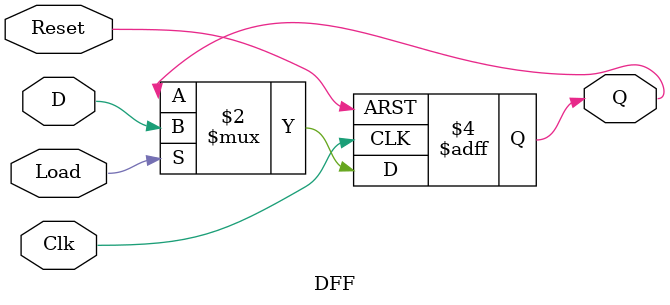
<source format=sv>
module DFF 
(
	input Clk, Load, Reset, D,
	output logic Q
);

always @ (posedge Clk or posedge Reset)
begin
	Q <= Q;
	if(Reset)
		Q <= 1'b0;
	else
		if (Load)
			Q <= D;
end
endmodule

</source>
